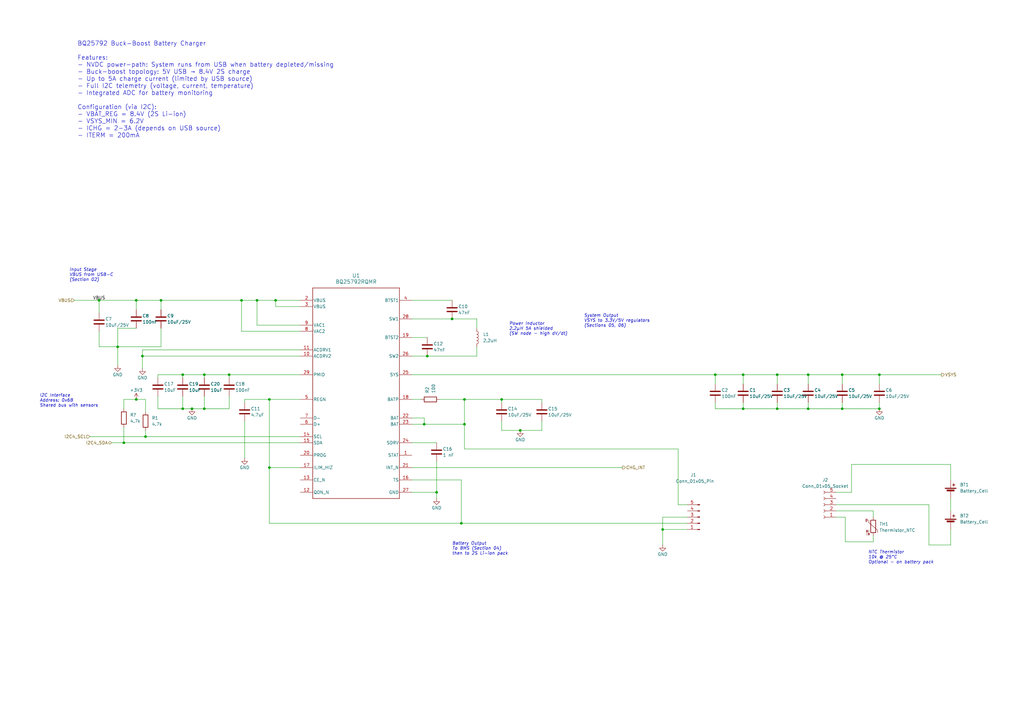
<source format=kicad_sch>
(kicad_sch (version 20250114) (generator "eeschema") (generator_version "9.0")
  (paper "A3")
  (title_block (title "Section 03: Battery Charger") (date "2026-01-28") (rev "0.2") (company "IMSAFE Project") (comment 1 "BQ25792 Buck-Boost Charger with NVDC Power-Path") (comment 2 "5V USB input to 8.4V 2S Li-ion charging"))
  (lib_symbols
    (symbol "1_New_library:BQ25792RQMR" (pin_names (offset 0.254))
      (property "Reference" "U" (at 0 2.54 0))
      (property "Value" "BQ25792RQMR" (at 0 0 0))
      (symbol "BQ25792RQMR_0_1"
        (polyline (pts (xy 5.08 5.08) (xy 5.08 -81.28)) (stroke (width 0.2032)))
        (polyline (pts (xy 5.08 -81.28) (xy 40.64 -81.28)) (stroke (width 0.2032)))
        (polyline (pts (xy 40.64 5.08) (xy 5.08 5.08)) (stroke (width 0.2032)))
        (polyline (pts (xy 40.64 -81.28) (xy 40.64 5.08)) (stroke (width 0.2032)))
        (pin power_in line (at 0 0 0) (length 5.08) (name "VBUS") (number "2"))
        (pin power_in line (at 0 -2.54 0) (length 5.08) (name "VBUS") (number "3"))
        (pin power_in line (at 0 -10.16 0) (length 5.08) (name "VAC1") (number "9"))
        (pin power_in line (at 0 -12.7 0) (length 5.08) (name "VAC2") (number "8"))
        (pin power_in line (at 0 -20.32 0) (length 5.08) (name "ACDRV1") (number "11"))
        (pin power_in line (at 0 -22.86 0) (length 5.08) (name "ACDRV2") (number "10"))
        (pin unspecified line (at 0 -30.48 0) (length 5.08) (name "PMID") (number "29"))
        (pin unspecified line (at 0 -40.64 0) (length 5.08) (name "REGN") (number "5"))
        (pin unspecified line (at 0 -48.26 0) (length 5.08) (name "D-") (number "7"))
        (pin unspecified line (at 0 -50.8 0) (length 5.08) (name "D+") (number "6"))
        (pin input line (at 0 -55.88 0) (length 5.08) (name "SCL") (number "14"))
        (pin bidirectional line (at 0 -58.42 0) (length 5.08) (name "SDA") (number "15"))
        (pin unspecified line (at 0 -63.5 0) (length 5.08) (name "PROG") (number "20"))
        (pin unspecified line (at 0 -68.58 0) (length 5.08) (name "ILIM_HIZ") (number "17"))
        (pin unspecified line (at 0 -73.66 0) (length 5.08) (name "CE_N") (number "13"))
        (pin unspecified line (at 0 -78.74 0) (length 5.08) (name "QON_N") (number "12"))
        (pin unspecified line (at 45.72 0 180) (length 5.08) (name "BTST1") (number "4"))
        (pin unspecified line (at 45.72 -7.62 180) (length 5.08) (name "SW1") (number "28"))
        (pin unspecified line (at 45.72 -15.24 180) (length 5.08) (name "BTST2") (number "19"))
        (pin unspecified line (at 45.72 -22.86 180) (length 5.08) (name "SW2") (number "26"))
        (pin unspecified line (at 45.72 -30.48 180) (length 5.08) (name "SYS") (number "25"))
        (pin unspecified line (at 45.72 -40.64 180) (length 5.08) (name "BATP") (number "18"))
        (pin unspecified line (at 45.72 -48.26 180) (length 5.08) (name "BAT") (number "22"))
        (pin unspecified line (at 45.72 -50.8 180) (length 5.08) (name "BAT") (number "23"))
        (pin unspecified line (at 45.72 -58.42 180) (length 5.08) (name "SDRV") (number "24"))
        (pin unspecified line (at 45.72 -63.5 180) (length 5.08) (name "STAT") (number "1"))
        (pin unspecified line (at 45.72 -68.58 180) (length 5.08) (name "INT_N") (number "21"))
        (pin unspecified line (at 45.72 -73.66 180) (length 5.08) (name "TS") (number "16"))
        (pin power_in line (at 45.72 -78.74 180) (length 5.08) (name "GND") (number "27"))
      )
    )
    (symbol "Connector:Conn_01x05_Pin" (pin_names (offset 1.016) (hide yes))
      (property "Reference" "J" (at 0 7.62 0))
      (property "Value" "Conn_01x05_Pin" (at 0 -7.62 0))
      (symbol "Conn_01x05_Pin_1_1"
        (rectangle (start 0.8636 5.207) (end 0 4.953) (stroke (width 0.1524)) (fill (type outline)))
        (rectangle (start 0.8636 2.667) (end 0 2.413) (stroke (width 0.1524)) (fill (type outline)))
        (rectangle (start 0.8636 0.127) (end 0 -0.127) (stroke (width 0.1524)) (fill (type outline)))
        (rectangle (start 0.8636 -2.413) (end 0 -2.667) (stroke (width 0.1524)) (fill (type outline)))
        (rectangle (start 0.8636 -4.953) (end 0 -5.207) (stroke (width 0.1524)) (fill (type outline)))
        (polyline (pts (xy 1.27 5.08) (xy 0.8636 5.08)) (stroke (width 0.1524)))
        (polyline (pts (xy 1.27 2.54) (xy 0.8636 2.54)) (stroke (width 0.1524)))
        (polyline (pts (xy 1.27 0) (xy 0.8636 0)) (stroke (width 0.1524)))
        (polyline (pts (xy 1.27 -2.54) (xy 0.8636 -2.54)) (stroke (width 0.1524)))
        (polyline (pts (xy 1.27 -5.08) (xy 0.8636 -5.08)) (stroke (width 0.1524)))
        (pin passive line (at 5.08 5.08 180) (length 3.81) (name "Pin_1") (number "1"))
        (pin passive line (at 5.08 2.54 180) (length 3.81) (name "Pin_2") (number "2"))
        (pin passive line (at 5.08 0 180) (length 3.81) (name "Pin_3") (number "3"))
        (pin passive line (at 5.08 -2.54 180) (length 3.81) (name "Pin_4") (number "4"))
        (pin passive line (at 5.08 -5.08 180) (length 3.81) (name "Pin_5") (number "5"))
      )
    )
    (symbol "Connector:Conn_01x05_Socket" (pin_names (offset 1.016) (hide yes))
      (property "Reference" "J" (at 0 7.62 0))
      (property "Value" "Conn_01x05_Socket" (at 0 -7.62 0))
      (symbol "Conn_01x05_Socket_1_1"
        (polyline (pts (xy -1.27 5.08) (xy -0.508 5.08)) (stroke (width 0.1524)))
        (polyline (pts (xy -1.27 2.54) (xy -0.508 2.54)) (stroke (width 0.1524)))
        (polyline (pts (xy -1.27 0) (xy -0.508 0)) (stroke (width 0.1524)))
        (polyline (pts (xy -1.27 -2.54) (xy -0.508 -2.54)) (stroke (width 0.1524)))
        (polyline (pts (xy -1.27 -5.08) (xy -0.508 -5.08)) (stroke (width 0.1524)))
        (arc (start 0 4.572) (mid -0.5058 5.08) (end 0 5.588) (stroke (width 0.1524)))
        (arc (start 0 2.032) (mid -0.5058 2.54) (end 0 3.048) (stroke (width 0.1524)))
        (arc (start 0 -0.508) (mid -0.5058 0) (end 0 0.508) (stroke (width 0.1524)))
        (arc (start 0 -3.048) (mid -0.5058 -2.54) (end 0 -2.032) (stroke (width 0.1524)))
        (arc (start 0 -5.588) (mid -0.5058 -5.08) (end 0 -4.572) (stroke (width 0.1524)))
        (pin passive line (at -5.08 5.08 0) (length 3.81) (name "Pin_1") (number "1"))
        (pin passive line (at -5.08 2.54 0) (length 3.81) (name "Pin_2") (number "2"))
        (pin passive line (at -5.08 0 0) (length 3.81) (name "Pin_3") (number "3"))
        (pin passive line (at -5.08 -2.54 0) (length 3.81) (name "Pin_4") (number "4"))
        (pin passive line (at -5.08 -5.08 0) (length 3.81) (name "Pin_5") (number "5"))
      )
    )
    (symbol "Device:Battery_Cell" (pin_numbers (hide yes)) (pin_names (offset 0) (hide yes))
      (property "Reference" "BT" (at 2.54 2.54 0))
      (property "Value" "Battery_Cell" (at 2.54 0 0))
      (symbol "Battery_Cell_0_1"
        (rectangle (start -2.286 1.778) (end 2.286 1.524) (fill (type outline)))
        (rectangle (start -1.524 1.016) (end 1.524 0.508) (fill (type outline)))
        (polyline (pts (xy 0 1.778) (xy 0 2.54)))
        (polyline (pts (xy 0 0.762) (xy 0 0)))
        (polyline (pts (xy 0.762 3.048) (xy 1.778 3.048)) (stroke (width 0.254)))
        (polyline (pts (xy 1.27 3.556) (xy 1.27 2.54)) (stroke (width 0.254)))
      )
      (symbol "Battery_Cell_1_1"
        (pin passive line (at 0 5.08 270) (length 2.54) (name "+") (number "1"))
        (pin passive line (at 0 -2.54 90) (length 2.54) (name "-") (number "2"))
      )
    )
    (symbol "Device:C" (pin_numbers (hide yes)) (pin_names (offset 0.254))
      (property "Reference" "C" (at 0.635 2.54 0))
      (property "Value" "C" (at 0.635 -2.54 0))
      (symbol "C_0_1"
        (polyline (pts (xy -2.032 0.762) (xy 2.032 0.762)) (stroke (width 0.508)))
        (polyline (pts (xy -2.032 -0.762) (xy 2.032 -0.762)) (stroke (width 0.508)))
      )
      (symbol "C_1_1"
        (pin passive line (at 0 3.81 270) (length 2.794) (name "~") (number "1"))
        (pin passive line (at 0 -3.81 90) (length 2.794) (name "~") (number "2"))
      )
    )
    (symbol "Device:L" (pin_numbers (hide yes)) (pin_names (offset 1.016) (hide yes))
      (property "Reference" "L" (at -1.016 0 90))
      (property "Value" "L" (at 1.524 0 90))
      (symbol "L_0_1"
        (arc (start 0 2.54) (mid 0.6323 1.905) (end 0 1.27))
        (arc (start 0 1.27) (mid 0.6323 0.635) (end 0 0))
        (arc (start 0 0) (mid 0.6323 -0.635) (end 0 -1.27))
        (arc (start 0 -1.27) (mid 0.6323 -1.905) (end 0 -2.54))
      )
      (symbol "L_1_1"
        (pin passive line (at 0 3.81 270) (length 1.27) (name "1") (number "1"))
        (pin passive line (at 0 -3.81 90) (length 1.27) (name "2") (number "2"))
      )
    )
    (symbol "Device:R" (pin_numbers (hide yes)) (pin_names (offset 0))
      (property "Reference" "R" (at 2.032 0 90))
      (property "Value" "R" (at 0 0 90))
      (symbol "R_0_1"
        (rectangle (start -1.016 -2.54) (end 1.016 2.54) (stroke (width 0.254)))
      )
      (symbol "R_1_1"
        (pin passive line (at 0 3.81 270) (length 1.27) (name "~") (number "1"))
        (pin passive line (at 0 -3.81 90) (length 1.27) (name "~") (number "2"))
      )
    )
    (symbol "Device:Thermistor_NTC" (pin_numbers (hide yes)) (pin_names (offset 0))
      (property "Reference" "TH" (at -4.445 0 90))
      (property "Value" "Thermistor_NTC" (at 3.175 0 90))
      (symbol "Thermistor_NTC_0_1"
        (arc (start -3.175 2.413) (mid -3.0506 2.3165) (end -3.048 2.159))
        (arc (start -3.048 2.794) (mid -2.9736 2.9736) (end -2.794 3.048))
        (arc (start -2.794 3.048) (mid -2.6144 2.9736) (end -2.54 2.794))
        (arc (start -2.794 2.54) (mid -2.9736 2.6144) (end -3.048 2.794))
        (arc (start -2.794 1.905) (mid -2.9736 1.9794) (end -3.048 2.159))
        (arc (start -2.54 2.159) (mid -2.6144 1.9794) (end -2.794 1.905))
        (arc (start -2.159 2.794) (mid -2.434 2.5608) (end -2.794 2.54))
        (polyline (pts (xy -2.54 2.159) (xy -2.54 2.794)))
        (polyline (pts (xy -2.54 -3.683) (xy -2.54 -1.397) (xy -2.794 -2.159) (xy -2.286 -2.159) (xy -2.54 -1.397) (xy -2.54 -1.651)) (fill (type outline)))
        (polyline (pts (xy -1.778 2.54) (xy -1.778 1.524) (xy 1.778 -1.524) (xy 1.778 -2.54)))
        (polyline (pts (xy -1.778 -1.397) (xy -1.778 -3.683) (xy -2.032 -2.921) (xy -1.524 -2.921) (xy -1.778 -3.683) (xy -1.778 -3.429)) (fill (type outline)))
        (rectangle (start -1.016 2.54) (end 1.016 -2.54) (stroke (width 0.254)))
      )
      (symbol "Thermistor_NTC_1_1"
        (pin passive line (at 0 3.81 270) (length 1.27) (name "~") (number "1"))
        (pin passive line (at 0 -3.81 90) (length 1.27) (name "~") (number "2"))
      )
    )
    (symbol "power:+3V3" (power) (pin_numbers (hide yes)) (pin_names (offset 0) (hide yes))
      (property "Value" "+3V3" (at 0 3.556 0))
      (symbol "+3V3_0_1"
        (polyline (pts (xy -0.762 1.27) (xy 0 2.54)))
        (polyline (pts (xy 0 2.54) (xy 0.762 1.27)))
        (polyline (pts (xy 0 0) (xy 0 2.54)))
      )
      (symbol "+3V3_1_1"
        (pin power_in line (at 0 0 90) (length 0) (name "+3V3") (number "1"))
      )
    )
    (symbol "power:GND" (power) (pin_numbers (hide yes)) (pin_names (offset 0) (hide yes))
      (property "Value" "GND" (at 0 -3.81 0))
      (symbol "GND_0_1"
        (polyline (pts (xy 0 0) (xy 0 -1.27) (xy 1.27 -1.27) (xy 0 -2.54) (xy -1.27 -1.27) (xy 0 -1.27)))
      )
      (symbol "GND_1_1"
        (pin power_in line (at 0 0 270) (length 0) (name "GND") (number "1"))
      )
    )
  )
  (text "Battery Output\nTo BMS (Section 04)\nthen to 2S Li-ion pack" (at 185.42 225.044 0) (effects (font (size 1.27 1.27) (italic yes)) (justify left)))
  (text "System Output\nVSYS to 3.3V/5V regulators\n(Sections 05, 06)" (at 239.522 131.572 0) (effects (font (size 1.27 1.27) (italic yes)) (justify left)))
  (text "Input Stage\nVBUS from USB-C\n(Section 02)" (at 28.448 112.776 0) (effects (font (size 1.27 1.27) (italic yes)) (justify left)))
  (text "NTC Thermistor\n10k @ 25°C\nOptional - on battery pack" (at 356.108 228.6 0) (effects (font (size 1.27 1.27) (italic yes)) (justify left)))
  (text "I2C Interface\nAddress: 0x6B\nShared bus with sensors" (at 16.256 164.338 0) (effects (font (size 1.27 1.27) (italic yes)) (justify left)))
  (text "Power Inductor\n2.2µH 5A shielded\n(SW node - high dV/dt)" (at 208.788 134.874 0) (effects (font (size 1.27 1.27) (italic yes)) (justify left)))
  (text "BQ25792 Buck-Boost Battery Charger\n\nFeatures:\n- NVDC power-path: System runs from USB when battery depleted/missing\n- Buck-boost topology: 5V USB → 8.4V 2S charge\n- Up to 5A charge current (limited by USB source)\n- Full I2C telemetry (voltage, current, temperature)\n- Integrated ADC for battery monitoring\n\nConfiguration (via I2C):\n- VBAT_REG = 8.4V (2S Li-ion)\n- VSYS_MIN = 6.2V\n- ICHG = 2-3A (depends on USB source)\n- ITERM = 200mA" (at 31.75 36.83 0) (effects (font (size 1.8 1.8)) (justify left)))
  (junction (at 360.68 167.64))
  (junction (at 78.74 167.64))
  (junction (at 304.8 153.67))
  (junction (at 345.44 153.67))
  (junction (at 345.44 167.64))
  (junction (at 113.03 123.19))
  (junction (at 304.8 167.64))
  (junction (at 58.42 146.05))
  (junction (at 74.93 153.67))
  (junction (at 271.78 217.17))
  (junction (at 331.47 153.67))
  (junction (at 293.37 153.67))
  (junction (at 59.69 179.07))
  (junction (at 185.42 130.81))
  (junction (at 50.8 181.61))
  (junction (at 318.77 153.67))
  (junction (at 318.77 167.64))
  (junction (at 55.88 163.83))
  (junction (at 74.93 167.64))
  (junction (at 40.64 123.19))
  (junction (at 213.36 176.53))
  (junction (at 360.68 153.67))
  (junction (at 110.49 163.83))
  (junction (at 190.5 163.83))
  (junction (at 83.82 167.64))
  (junction (at 99.06 123.19))
  (junction (at 179.07 201.93))
  (junction (at 110.49 191.77))
  (junction (at 105.41 123.19))
  (junction (at 173.99 173.99))
  (junction (at 66.04 123.19))
  (junction (at 83.82 153.67))
  (junction (at 331.47 167.64))
  (junction (at 190.5 173.99))
  (junction (at 55.88 123.19))
  (junction (at 189.23 214.63))
  (junction (at 48.26 142.24))
  (junction (at 175.26 146.05))
  (junction (at 205.74 163.83))
  (junction (at 93.98 153.67))
  (wire (pts (xy 175.26 146.05) (xy 195.58 146.05)))
  (wire (pts (xy 123.19 181.61) (xy 50.8 181.61)))
  (wire (pts (xy 293.37 167.64) (xy 304.8 167.64)))
  (wire (pts (xy 58.42 151.13) (xy 58.42 146.05)))
  (wire (pts (xy 179.07 189.23) (xy 179.07 201.93)))
  (wire (pts (xy 36.83 179.07) (xy 59.69 179.07)))
  (wire (pts (xy 190.5 163.83) (xy 190.5 173.99)))
  (wire (pts (xy 110.49 191.77) (xy 110.49 214.63)))
  (wire (pts (xy 168.91 171.45) (xy 173.99 171.45)))
  (wire (pts (xy 281.94 217.17) (xy 271.78 217.17)))
  (wire (pts (xy 278.13 207.01) (xy 281.94 207.01)))
  (wire (pts (xy 281.94 214.63) (xy 189.23 214.63)))
  (wire (pts (xy 345.44 153.67) (xy 345.44 157.48)))
  (wire (pts (xy 123.19 135.89) (xy 99.06 135.89)))
  (wire (pts (xy 189.23 196.85) (xy 189.23 214.63)))
  (wire (pts (xy 360.68 165.1) (xy 360.68 167.64)))
  (wire (pts (xy 123.19 191.77) (xy 110.49 191.77)))
  (wire (pts (xy 331.47 153.67) (xy 331.47 157.48)))
  (wire (pts (xy 271.78 212.09) (xy 271.78 217.17)))
  (wire (pts (xy 40.64 123.19) (xy 55.88 123.19)))
  (wire (pts (xy 222.25 172.72) (xy 222.25 176.53)))
  (wire (pts (xy 40.64 135.89) (xy 40.64 142.24)))
  (wire (pts (xy 342.9 209.55) (xy 358.14 209.55)))
  (wire (pts (xy 293.37 153.67) (xy 293.37 157.48)))
  (wire (pts (xy 190.5 184.15) (xy 190.5 173.99)))
  (wire (pts (xy 173.99 171.45) (xy 173.99 173.99)))
  (wire (pts (xy 205.74 163.83) (xy 222.25 163.83)))
  (wire (pts (xy 105.41 133.35) (xy 105.41 123.19)))
  (wire (pts (xy 113.03 123.19) (xy 113.03 125.73)))
  (wire (pts (xy 83.82 154.94) (xy 83.82 153.67)))
  (wire (pts (xy 168.91 181.61) (xy 179.07 181.61)))
  (wire (pts (xy 74.93 153.67) (xy 83.82 153.67)))
  (wire (pts (xy 64.77 167.64) (xy 74.93 167.64)))
  (wire (pts (xy 318.77 167.64) (xy 331.47 167.64)))
  (wire (pts (xy 74.93 153.67) (xy 74.93 154.94)))
  (wire (pts (xy 360.68 153.67) (xy 386.08 153.67)))
  (wire (pts (xy 40.64 142.24) (xy 48.26 142.24)))
  (wire (pts (xy 55.88 123.19) (xy 66.04 123.19)))
  (wire (pts (xy 168.91 173.99) (xy 173.99 173.99)))
  (wire (pts (xy 358.14 222.25) (xy 346.71 222.25)))
  (wire (pts (xy 331.47 165.1) (xy 331.47 167.64)))
  (wire (pts (xy 213.36 176.53) (xy 205.74 176.53)))
  (wire (pts (xy 93.98 153.67) (xy 123.19 153.67)))
  (wire (pts (xy 358.14 209.55) (xy 358.14 212.09)))
  (wire (pts (xy 278.13 184.15) (xy 278.13 207.01)))
  (wire (pts (xy 381 207.01) (xy 342.9 207.01)))
  (wire (pts (xy 173.99 173.99) (xy 190.5 173.99)))
  (wire (pts (xy 318.77 165.1) (xy 318.77 167.64)))
  (wire (pts (xy 123.19 163.83) (xy 110.49 163.83)))
  (wire (pts (xy 189.23 196.85) (xy 168.91 196.85)))
  (wire (pts (xy 168.91 153.67) (xy 293.37 153.67)))
  (wire (pts (xy 40.64 128.27) (xy 40.64 123.19)))
  (wire (pts (xy 123.19 123.19) (xy 113.03 123.19)))
  (wire (pts (xy 331.47 153.67) (xy 345.44 153.67)))
  (wire (pts (xy 123.19 143.51) (xy 58.42 143.51)))
  (wire (pts (xy 83.82 167.64) (xy 93.98 167.64)))
  (wire (pts (xy 93.98 153.67) (xy 93.98 154.94)))
  (wire (pts (xy 168.91 130.81) (xy 185.42 130.81)))
  (wire (pts (xy 123.19 133.35) (xy 105.41 133.35)))
  (wire (pts (xy 304.8 167.64) (xy 318.77 167.64)))
  (wire (pts (xy 349.25 190.5) (xy 349.25 201.93)))
  (wire (pts (xy 304.8 153.67) (xy 304.8 157.48)))
  (wire (pts (xy 48.26 134.62) (xy 55.88 134.62)))
  (wire (pts (xy 389.89 223.52) (xy 381 223.52)))
  (wire (pts (xy 222.25 165.1) (xy 222.25 163.83)))
  (wire (pts (xy 318.77 153.67) (xy 318.77 157.48)))
  (wire (pts (xy 64.77 153.67) (xy 64.77 154.94)))
  (wire (pts (xy 190.5 184.15) (xy 278.13 184.15)))
  (wire (pts (xy 59.69 168.91) (xy 59.69 163.83)))
  (wire (pts (xy 66.04 134.62) (xy 66.04 142.24)))
  (wire (pts (xy 331.47 167.64) (xy 345.44 167.64)))
  (wire (pts (xy 281.94 212.09) (xy 271.78 212.09)))
  (wire (pts (xy 349.25 201.93) (xy 342.9 201.93)))
  (wire (pts (xy 346.71 212.09) (xy 342.9 212.09)))
  (wire (pts (xy 389.89 217.17) (xy 389.89 223.52)))
  (wire (pts (xy 345.44 153.67) (xy 360.68 153.67)))
  (wire (pts (xy 168.91 123.19) (xy 185.42 123.19)))
  (wire (pts (xy 113.03 123.19) (xy 105.41 123.19)))
  (wire (pts (xy 74.93 153.67) (xy 64.77 153.67)))
  (wire (pts (xy 345.44 167.64) (xy 360.68 167.64)))
  (wire (pts (xy 48.26 142.24) (xy 66.04 142.24)))
  (wire (pts (xy 389.89 204.47) (xy 389.89 209.55)))
  (wire (pts (xy 293.37 153.67) (xy 304.8 153.67)))
  (wire (pts (xy 83.82 162.56) (xy 83.82 167.64)))
  (wire (pts (xy 190.5 163.83) (xy 205.74 163.83)))
  (wire (pts (xy 66.04 123.19) (xy 66.04 127)))
  (wire (pts (xy 222.25 176.53) (xy 213.36 176.53)))
  (wire (pts (xy 50.8 181.61) (xy 45.72 181.61)))
  (wire (pts (xy 168.91 191.77) (xy 255.27 191.77)))
  (wire (pts (xy 59.69 176.53) (xy 59.69 179.07)))
  (wire (pts (xy 74.93 162.56) (xy 74.93 167.64)))
  (wire (pts (xy 318.77 153.67) (xy 331.47 153.67)))
  (wire (pts (xy 304.8 153.67) (xy 318.77 153.67)))
  (wire (pts (xy 50.8 167.64) (xy 50.8 163.83)))
  (wire (pts (xy 83.82 153.67) (xy 93.98 153.67)))
  (wire (pts (xy 48.26 142.24) (xy 48.26 149.86)))
  (wire (pts (xy 293.37 165.1) (xy 293.37 167.64)))
  (wire (pts (xy 123.19 125.73) (xy 113.03 125.73)))
  (wire (pts (xy 100.33 172.72) (xy 100.33 187.96)))
  (wire (pts (xy 271.78 217.17) (xy 271.78 223.52)))
  (wire (pts (xy 304.8 165.1) (xy 304.8 167.64)))
  (wire (pts (xy 345.44 165.1) (xy 345.44 167.64)))
  (wire (pts (xy 168.91 138.43) (xy 175.26 138.43)))
  (wire (pts (xy 110.49 163.83) (xy 100.33 163.83)))
  (wire (pts (xy 180.34 163.83) (xy 190.5 163.83)))
  (wire (pts (xy 99.06 123.19) (xy 66.04 123.19)))
  (wire (pts (xy 205.74 176.53) (xy 205.74 172.72)))
  (wire (pts (xy 346.71 222.25) (xy 346.71 212.09)))
  (wire (pts (xy 389.89 190.5) (xy 349.25 190.5)))
  (wire (pts (xy 50.8 175.26) (xy 50.8 181.61)))
  (wire (pts (xy 360.68 153.67) (xy 360.68 157.48)))
  (wire (pts (xy 105.41 123.19) (xy 99.06 123.19)))
  (wire (pts (xy 110.49 191.77) (xy 110.49 163.83)))
  (wire (pts (xy 195.58 130.81) (xy 185.42 130.81)))
  (wire (pts (xy 195.58 134.62) (xy 195.58 130.81)))
  (wire (pts (xy 195.58 146.05) (xy 195.58 142.24)))
  (wire (pts (xy 78.74 167.64) (xy 83.82 167.64)))
  (wire (pts (xy 30.48 123.19) (xy 40.64 123.19)))
  (wire (pts (xy 64.77 162.56) (xy 64.77 167.64)))
  (wire (pts (xy 58.42 143.51) (xy 58.42 146.05)))
  (wire (pts (xy 55.88 127) (xy 55.88 123.19)))
  (wire (pts (xy 205.74 165.1) (xy 205.74 163.83)))
  (wire (pts (xy 168.91 163.83) (xy 172.72 163.83)))
  (wire (pts (xy 99.06 135.89) (xy 99.06 123.19)))
  (wire (pts (xy 93.98 162.56) (xy 93.98 167.64)))
  (wire (pts (xy 100.33 163.83) (xy 100.33 165.1)))
  (wire (pts (xy 381 223.52) (xy 381 207.01)))
  (wire (pts (xy 389.89 196.85) (xy 389.89 190.5)))
  (wire (pts (xy 74.93 167.64) (xy 78.74 167.64)))
  (wire (pts (xy 168.91 146.05) (xy 175.26 146.05)))
  (wire (pts (xy 58.42 146.05) (xy 123.19 146.05)))
  (wire (pts (xy 50.8 163.83) (xy 55.88 163.83)))
  (wire (pts (xy 179.07 201.93) (xy 179.07 204.47)))
  (wire (pts (xy 59.69 179.07) (xy 123.19 179.07)))
  (wire (pts (xy 48.26 134.62) (xy 48.26 142.24)))
  (wire (pts (xy 358.14 219.71) (xy 358.14 222.25)))
  (wire (pts (xy 168.91 201.93) (xy 179.07 201.93)))
  (wire (pts (xy 55.88 163.83) (xy 59.69 163.83)))
  (wire (pts (xy 110.49 214.63) (xy 189.23 214.63)))
  (label "VBUS" (at 38.1 123.19 0))
  (hierarchical_label "I2C4_SCL" (shape input) (at 36.83 179.07 180))
  (hierarchical_label "I2C4_SDA" (shape bidirectional) (at 45.72 181.61 180))
  (hierarchical_label "CHG_INT" (shape output) (at 255.27 191.77 0))
  (hierarchical_label "VSYS" (shape output) (at 386.08 153.67 0))
  (hierarchical_label "VBUS" (shape input) (at 30.48 123.19 180))
  (symbol (lib_id "Device:Thermistor_NTC") (at 358.14 215.9 0) (unit 1)
    (property "Reference" "TH1" (at 360.68 214.9474 0) (effects (justify left)))
    (property "Value" "Thermistor_NTC" (at 360.68 217.4874 0) (effects (justify left)))
    (property "Description" "Temperature dependent resistor, negative temperature coefficient" (effects (hide yes)))
  )
  (symbol (lib_id "Device:C") (at 40.64 132.08 0) (unit 1)
    (property "Reference" "C7" (at 43.18 130.81 0) (effects (justify left)))
    (property "Value" "10uF/25V" (at 43.18 133.35 0) (effects (justify left)))
    (property "Footprint" "Capacitor_SMD:C_0805_2012Metric" (effects (hide yes)))
    (property "JLCPCB" "C15850" (effects (hide yes)))
  )
  (symbol (lib_id "power:GND") (at 271.78 223.52 0) (unit 1)
    (property "Reference" "#PWR07" (effects (hide yes)))
    (property "Value" "GND" (at 271.78 227.33 0))
  )
  (symbol (lib_id "power:GND") (at 48.26 149.86 0) (unit 1)
    (property "Reference" "#PWR03" (effects (hide yes)))
    (property "Value" "GND" (at 48.26 153.67 0))
  )
  (symbol (lib_id "Device:Battery_Cell") (at 389.89 201.93 0) (unit 1)
    (property "Reference" "BT1" (at 393.7 198.8184 0) (effects (justify left)))
    (property "Value" "Battery_Cell" (at 393.7 201.3584 0) (effects (justify left)))
    (property "Description" "Single-cell battery" (effects (hide yes)))
    (property "Sim.Device" "V" (effects (hide yes)))
    (property "Sim.Type" "DC" (effects (hide yes)))
    (property "Sim.Pins" "1=+ 2=-" (effects (hide yes)))
  )
  (symbol (lib_id "Device:C") (at 66.04 130.81 0) (unit 1)
    (property "Reference" "C9" (at 68.58 129.54 0) (effects (justify left)))
    (property "Value" "10uF/25V" (at 68.58 132.08 0) (effects (justify left)))
    (property "Footprint" "Capacitor_SMD:C_0805_2012Metric" (effects (hide yes)))
    (property "JLCPCB" "C15850" (effects (hide yes)))
  )
  (symbol (lib_id "Device:R") (at 59.69 172.72 0) (unit 1)
    (property "Reference" "R1" (at 62.23 171.45 0) (effects (justify left)))
    (property "Value" "4.7k" (at 62.23 173.99 0) (effects (justify left)))
    (property "Footprint" "Resistor_SMD:R_0603_1608Metric" (effects (hide yes)))
    (property "JLCPCB" "C23162" (effects (hide yes)))
  )
  (symbol (lib_id "power:GND") (at 100.33 187.96 0) (unit 1)
    (property "Reference" "#PWR05" (effects (hide yes)))
    (property "Value" "GND" (at 100.33 191.77 0))
  )
  (symbol (lib_id "1_New_library:BQ25792RQMR") (at 123.19 123.19 0) (unit 1)
    (property "Reference" "U1" (at 146.05 113.03 0) (effects (font (size 1.524 1.524))))
    (property "Value" "BQ25792RQMR" (at 146.05 115.57 0) (effects (font (size 1.524 1.524))))
    (property "Footprint" "RQM0029A-MFG" (effects (hide yes)))
    (property "Datasheet" "https://www.ti.com/lit/gpn/bq25792" (effects (hide yes)))
  )
  (symbol (lib_id "Device:C") (at 153.67 309.88 0) (unit 1)
    (property "Reference" "C13" (at 156.21 308.61 0) (effects (justify left)))
    (property "Value" "10uF/25V" (at 156.21 311.15 0) (effects (justify left)))
    (property "Footprint" "Capacitor_SMD:C_0805_2012Metric" (effects (hide yes)))
    (property "JLCPCB" "C15850" (effects (hide yes)))
  )
  (symbol (lib_id "Connector:Conn_01x05_Pin") (at 287.02 212.09 180) (unit 1)
    (property "Reference" "J1" (at 283.21 194.818 0) (effects (justify right)))
    (property "Value" "Conn_01x05_Pin" (at 277.114 197.358 0) (effects (justify right)))
    (property "Description" "Generic connector, single row, 01x05, script generated" (effects (hide yes)))
  )
  (symbol (lib_id "power:GND") (at 213.36 176.53 0) (unit 1)
    (property "Reference" "#PWR08" (effects (hide yes)))
    (property "Value" "GND" (at 213.36 180.34 0))
  )
  (symbol (lib_id "Device:C") (at 175.26 142.24 0) (unit 1)
    (property "Reference" "C12" (at 177.8 140.97 0) (effects (justify left)))
    (property "Value" "47nF" (at 177.8 143.51 0) (effects (justify left)))
    (property "Footprint" "Capacitor_SMD:C_0603_1608Metric" (effects (hide yes)))
  )
  (symbol (lib_id "Device:C") (at 74.93 158.75 0) (unit 1)
    (property "Reference" "C19" (at 77.47 157.48 0) (effects (justify left)))
    (property "Value" "10uF" (at 77.47 160.02 0) (effects (justify left)))
    (property "Footprint" "Capacitor_SMD:C_0805_2012Metric" (effects (hide yes)))
    (property "JLCPCB" "C15850" (effects (hide yes)))
  )
  (symbol (lib_id "Device:Battery_Cell") (at 389.89 214.63 0) (unit 1)
    (property "Reference" "BT2" (at 393.7 211.5184 0) (effects (justify left)))
    (property "Value" "Battery_Cell" (at 393.7 214.0584 0) (effects (justify left)))
    (property "Description" "Single-cell battery" (effects (hide yes)))
    (property "Sim.Device" "V" (effects (hide yes)))
    (property "Sim.Type" "DC" (effects (hide yes)))
    (property "Sim.Pins" "1=+ 2=-" (effects (hide yes)))
  )
  (symbol (lib_id "Device:L") (at 195.58 138.43 0) (unit 1)
    (property "Reference" "L1" (at 198.12 137.16 0) (effects (justify left)))
    (property "Value" "2.2uH" (at 198.12 139.7 0) (effects (justify left)))
    (property "Footprint" "Inductor_SMD:L_Bourns_SRN5040" (effects (hide yes)))
    (property "JLCPCB" "C408335" (effects (hide yes)))
  )
  (symbol (lib_id "Device:C") (at 360.68 161.29 0) (unit 1)
    (property "Reference" "C6" (at 363.22 160.02 0) (effects (justify left)))
    (property "Value" "10uF/25V" (at 363.22 162.56 0) (effects (justify left)))
    (property "Footprint" "Capacitor_SMD:C_0805_2012Metric" (effects (hide yes)))
    (property "JLCPCB" "C15850" (effects (hide yes)))
  )
  (symbol (lib_id "Device:C") (at 93.98 158.75 0) (unit 1)
    (property "Reference" "C18" (at 96.52 157.48 0) (effects (justify left)))
    (property "Value" "100nF" (at 96.52 160.02 0) (effects (justify left)))
    (property "Footprint" "Capacitor_SMD:C_0603_1608Metric" (effects (hide yes)))
    (property "JLCPCB" "C14663" (effects (hide yes)))
  )
  (symbol (lib_id "Device:C") (at 100.33 168.91 0) (unit 1)
    (property "Reference" "C11" (at 102.87 167.64 0) (effects (justify left)))
    (property "Value" "4.7uF" (at 102.87 170.18 0) (effects (justify left)))
    (property "Footprint" "Capacitor_SMD:C_0603_1608Metric" (effects (hide yes)))
  )
  (symbol (lib_id "Device:C") (at 64.77 158.75 0) (unit 1)
    (property "Reference" "C17" (at 67.31 157.48 0) (effects (justify left)))
    (property "Value" "10uF" (at 67.31 160.02 0) (effects (justify left)))
    (property "Footprint" "Capacitor_SMD:C_0805_2012Metric" (effects (hide yes)))
    (property "JLCPCB" "C15850" (effects (hide yes)))
  )
  (symbol (lib_id "power:+3V3") (at 55.88 163.83 0) (unit 1)
    (property "Reference" "#PWR01" (effects (hide yes)))
    (property "Value" "+3V3" (at 55.88 160.02 0))
  )
  (symbol (lib_id "Device:C") (at 179.07 185.42 0) (unit 1)
    (property "Reference" "C16" (at 181.61 184.15 0) (effects (justify left)))
    (property "Value" "1 nF" (at 181.61 186.69 0) (effects (justify left)))
    (property "Footprint" "Capacitor_SMD:C_0805_2012Metric" (effects (hide yes)))
  )
  (symbol (lib_id "Device:C") (at 304.8 161.29 0) (unit 1)
    (property "Reference" "C1" (at 307.34 160.02 0) (effects (justify left)))
    (property "Value" "10uF/25V" (at 307.34 162.56 0) (effects (justify left)))
    (property "Footprint" "Capacitor_SMD:C_0805_2012Metric" (effects (hide yes)))
    (property "JLCPCB" "C15850" (effects (hide yes)))
  )
  (symbol (lib_id "Device:C") (at 222.25 168.91 0) (unit 1)
    (property "Reference" "C15" (at 224.79 167.64 0) (effects (justify left)))
    (property "Value" "10uF/25V" (at 224.79 170.18 0) (effects (justify left)))
    (property "Footprint" "Capacitor_SMD:C_0805_2012Metric" (effects (hide yes)))
    (property "JLCPCB" "C15850" (effects (hide yes)))
  )
  (symbol (lib_id "Device:C") (at 293.37 161.29 0) (unit 1)
    (property "Reference" "C2" (at 295.91 160.02 0) (effects (justify left)))
    (property "Value" "100nF" (at 295.91 162.56 0) (effects (justify left)))
    (property "Footprint" "Capacitor_SMD:C_0603_1608Metric" (effects (hide yes)))
    (property "JLCPCB" "C14663" (effects (hide yes)))
  )
  (symbol (lib_id "Device:C") (at 185.42 127 0) (unit 1)
    (property "Reference" "C10" (at 187.96 125.73 0) (effects (justify left)))
    (property "Value" "47nF" (at 187.96 128.27 0) (effects (justify left)))
    (property "Footprint" "Capacitor_SMD:C_0603_1608Metric" (effects (hide yes)))
  )
  (symbol (lib_id "power:GND") (at 78.74 167.64 0) (unit 1)
    (property "Reference" "#PWR09" (effects (hide yes)))
    (property "Value" "GND" (at 78.74 171.45 0))
  )
  (symbol (lib_id "Device:C") (at 331.47 161.29 0) (unit 1)
    (property "Reference" "C4" (at 334.01 160.02 0) (effects (justify left)))
    (property "Value" "10uF/25V" (at 334.01 162.56 0) (effects (justify left)))
    (property "Footprint" "Capacitor_SMD:C_0805_2012Metric" (effects (hide yes)))
    (property "JLCPCB" "C15850" (effects (hide yes)))
  )
  (symbol (lib_id "power:GND") (at 58.42 151.13 0) (unit 1)
    (property "Reference" "#PWR06" (effects (hide yes)))
    (property "Value" "GND" (at 58.42 154.94 0))
  )
  (symbol (lib_id "Device:R") (at 50.8 171.45 0) (unit 1)
    (property "Reference" "R?" (at 53.34 170.18 0) (effects (justify left)))
    (property "Value" "4.7k" (at 53.34 172.72 0) (effects (justify left)))
    (property "Footprint" "Resistor_SMD:R_0603_1608Metric" (effects (hide yes)))
    (property "JLCPCB" "C23162" (effects (hide yes)))
  )
  (symbol (lib_id "Connector:Conn_01x05_Socket") (at 337.82 207.01 180) (unit 1)
    (property "Reference" "J2" (at 338.455 196.85 0))
    (property "Value" "Conn_01x05_Socket" (at 338.455 199.39 0))
    (property "Description" "Generic connector, single row, 01x05, script generated" (effects (hide yes)))
  )
  (symbol (lib_id "Device:C") (at 205.74 168.91 0) (unit 1)
    (property "Reference" "C14" (at 208.28 167.64 0) (effects (justify left)))
    (property "Value" "10uF/25V" (at 208.28 170.18 0) (effects (justify left)))
    (property "Footprint" "Capacitor_SMD:C_0805_2012Metric" (effects (hide yes)))
    (property "JLCPCB" "C15850" (effects (hide yes)))
  )
  (symbol (lib_id "Device:C") (at 318.77 161.29 0) (unit 1)
    (property "Reference" "C3" (at 321.31 160.02 0) (effects (justify left)))
    (property "Value" "10uF/25V" (at 321.31 162.56 0) (effects (justify left)))
    (property "Footprint" "Capacitor_SMD:C_0805_2012Metric" (effects (hide yes)))
    (property "JLCPCB" "C15850" (effects (hide yes)))
  )
  (symbol (lib_id "Device:C") (at 83.82 158.75 0) (unit 1)
    (property "Reference" "C20" (at 86.36 157.48 0) (effects (justify left)))
    (property "Value" "10uF" (at 86.36 160.02 0) (effects (justify left)))
    (property "Footprint" "Capacitor_SMD:C_0805_2012Metric" (effects (hide yes)))
    (property "JLCPCB" "C15850" (effects (hide yes)))
  )
  (symbol (lib_id "Device:C") (at 345.44 161.29 0) (unit 1)
    (property "Reference" "C5" (at 347.98 160.02 0) (effects (justify left)))
    (property "Value" "10uF/25V" (at 347.98 162.56 0) (effects (justify left)))
    (property "Footprint" "Capacitor_SMD:C_0805_2012Metric" (effects (hide yes)))
    (property "JLCPCB" "C15850" (effects (hide yes)))
  )
  (symbol (lib_id "Device:C") (at 55.88 130.81 0) (unit 1)
    (property "Reference" "C8" (at 58.42 129.54 0) (effects (justify left)))
    (property "Value" "100nF" (at 58.42 132.08 0) (effects (justify left)))
    (property "Footprint" "Capacitor_SMD:C_0603_1608Metric" (effects (hide yes)))
    (property "JLCPCB" "C14663" (effects (hide yes)))
  )
  (symbol (lib_id "power:GND") (at 360.68 167.64 0) (unit 1)
    (property "Reference" "#PWR02" (effects (hide yes)))
    (property "Value" "GND" (at 360.68 171.45 0))
  )
  (symbol (lib_id "Device:R") (at 176.53 163.83 90) (unit 1)
    (property "Reference" "R2" (at 175.26 161.29 0) (effects (justify left)))
    (property "Value" "100" (at 177.8 161.29 0) (effects (justify left)))
    (property "Footprint" "Resistor_SMD:R_0603_1608Metric" (effects (hide yes)))
  )
  (symbol (lib_id "power:GND") (at 179.07 204.47 0) (unit 1)
    (property "Reference" "#PWR04" (effects (hide yes)))
    (property "Value" "GND" (at 179.07 208.28 0))
  )
)
</source>
